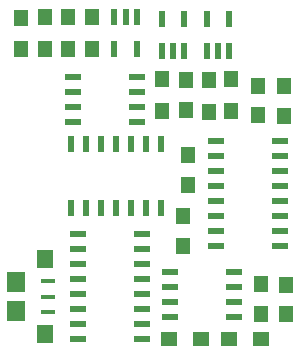
<source format=gtp>
%TF.GenerationSoftware,KiCad,Pcbnew,4.0.7*%
%TF.CreationDate,2018-02-09T12:23:56+01:00*%
%TF.ProjectId,Metronome,4D6574726F6E6F6D652E6B696361645F,1.0*%
%TF.FileFunction,Paste,Top*%
%FSLAX46Y46*%
G04 Gerber Fmt 4.6, Leading zero omitted, Abs format (unit mm)*
G04 Created by KiCad (PCBNEW 4.0.7) date 02/09/18 12:23:56*
%MOMM*%
%LPD*%
G01*
G04 APERTURE LIST*
%ADD10C,0.127000*%
%ADD11R,1.270000X0.320000*%
%ADD12R,1.320000X1.520000*%
%ADD13R,1.520000X1.820000*%
%ADD14R,1.470000X0.520000*%
%ADD15R,1.170000X1.420000*%
%ADD16R,1.220000X1.420000*%
%ADD17R,1.420000X1.220000*%
%ADD18R,1.420000X0.520000*%
%ADD19R,0.520000X1.420000*%
%ADD20R,0.570000X1.480000*%
G04 APERTURE END LIST*
D10*
D11*
X134526400Y-105837200D03*
X134526400Y-107137200D03*
X134526400Y-108437200D03*
D12*
X134301400Y-110337200D03*
X134301400Y-103937200D03*
D13*
X131851400Y-105937200D03*
X131851400Y-108337200D03*
D14*
X136707900Y-88531700D03*
X136707900Y-89801700D03*
X136707900Y-91071700D03*
X136707900Y-92341700D03*
X142107900Y-92341700D03*
X142107900Y-91071700D03*
X142107900Y-89801700D03*
X142107900Y-88531700D03*
D15*
X146265900Y-91305700D03*
X146265900Y-88805700D03*
X152615900Y-106097700D03*
X152615900Y-108597700D03*
X145948400Y-102842700D03*
X145948400Y-100342700D03*
X154711400Y-108641200D03*
X154711400Y-106141200D03*
X146392900Y-95155700D03*
X146392900Y-97655700D03*
X152361900Y-89293700D03*
X152361900Y-91793700D03*
X154520900Y-91813700D03*
X154520900Y-89313700D03*
D16*
X134264400Y-86198700D03*
X134264400Y-83498700D03*
X132295900Y-86215200D03*
X132295900Y-83515200D03*
X136232900Y-86198700D03*
X136232900Y-83498700D03*
X138264900Y-86198700D03*
X138264900Y-83498700D03*
X148170900Y-88785700D03*
X148170900Y-91485700D03*
X144233900Y-88705700D03*
X144233900Y-91405700D03*
D17*
X144788900Y-110756700D03*
X147488900Y-110756700D03*
X149868900Y-110756700D03*
X152568900Y-110756700D03*
D16*
X150075900Y-91452700D03*
X150075900Y-88752700D03*
D14*
X144868900Y-105041700D03*
X144868900Y-106311700D03*
X144868900Y-107581700D03*
X144868900Y-108851700D03*
X150268900Y-108851700D03*
X150268900Y-107581700D03*
X150268900Y-106311700D03*
X150268900Y-105041700D03*
D18*
X148772900Y-93992700D03*
X148772900Y-95262700D03*
X148772900Y-96532700D03*
X148772900Y-97802700D03*
X148772900Y-99072700D03*
X148772900Y-100342700D03*
X148772900Y-101612700D03*
X148772900Y-102882700D03*
X154172900Y-102882700D03*
X154172900Y-101612700D03*
X154172900Y-100342700D03*
X154172900Y-99072700D03*
X154172900Y-97802700D03*
X154172900Y-96532700D03*
X154172900Y-95262700D03*
X154172900Y-93992700D03*
X137088900Y-101866700D03*
X137088900Y-103136700D03*
X137088900Y-104406700D03*
X137088900Y-105676700D03*
X137088900Y-106946700D03*
X137088900Y-108216700D03*
X137088900Y-109486700D03*
X137088900Y-110756700D03*
X142488900Y-110756700D03*
X142488900Y-109486700D03*
X142488900Y-108216700D03*
X142488900Y-106946700D03*
X142488900Y-105676700D03*
X142488900Y-104406700D03*
X142488900Y-103136700D03*
X142488900Y-101866700D03*
D19*
X136486900Y-99646700D03*
X137756900Y-99646700D03*
X139026900Y-99646700D03*
X140296900Y-99646700D03*
X141566900Y-99646700D03*
X142836900Y-99646700D03*
X144106900Y-99646700D03*
X144106900Y-94246700D03*
X142836900Y-94246700D03*
X141566900Y-94246700D03*
X140296900Y-94246700D03*
X139026900Y-94246700D03*
X137756900Y-94246700D03*
X136486900Y-94246700D03*
D20*
X147982900Y-86325700D03*
X148932900Y-86325700D03*
X149882900Y-86325700D03*
X149882900Y-83625700D03*
X147982900Y-83625700D03*
X142074900Y-83451700D03*
X141124900Y-83451700D03*
X140174900Y-83451700D03*
X140174900Y-86151700D03*
X142074900Y-86151700D03*
X144172900Y-86325700D03*
X145122900Y-86325700D03*
X146072900Y-86325700D03*
X146072900Y-83625700D03*
X144172900Y-83625700D03*
M02*

</source>
